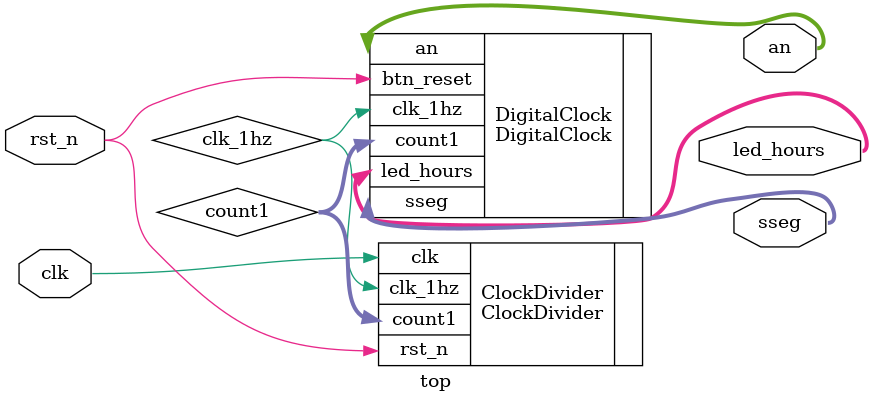
<source format=v>
`timescale 1ns / 1ps

module top(clk,
           rst_n,
           led_hours,
           an,
           sseg
);

input clk;
input rst_n;
output [4:0] led_hours;  
output [6:0] sseg;
output [3:0] an; 
wire [31:0]count1;
wire clk_1hz;
ClockDivider ClockDivider(
           .clk(clk),
           .rst_n(rst_n),
           .clk_1hz(clk_1hz),
           .count1(count1)
);
DigitalClock DigitalClock(
  .clk_1hz(clk_1hz),           
  .btn_reset(rst_n),
  .count1(count1),
  .led_hours(led_hours), 
  .sseg(sseg),
  .an(an)  
);

endmodule

</source>
